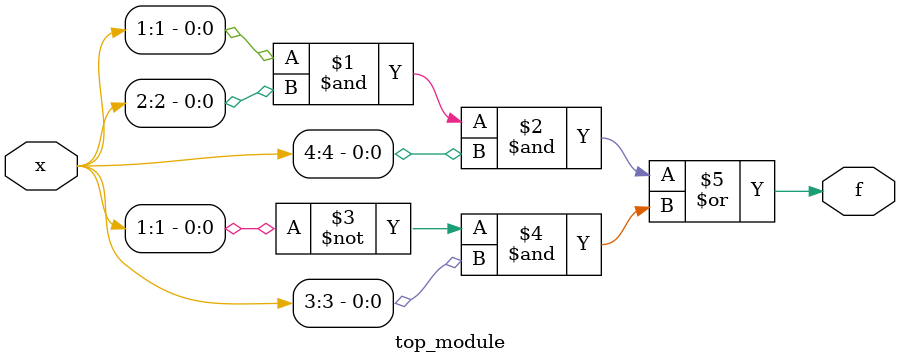
<source format=v>
module top_module (
    input [4:1] x, 
    output f );
    assign f=(x[1]&x[2]&x[4])|(~x[1]&x[3]);
endmodule

</source>
